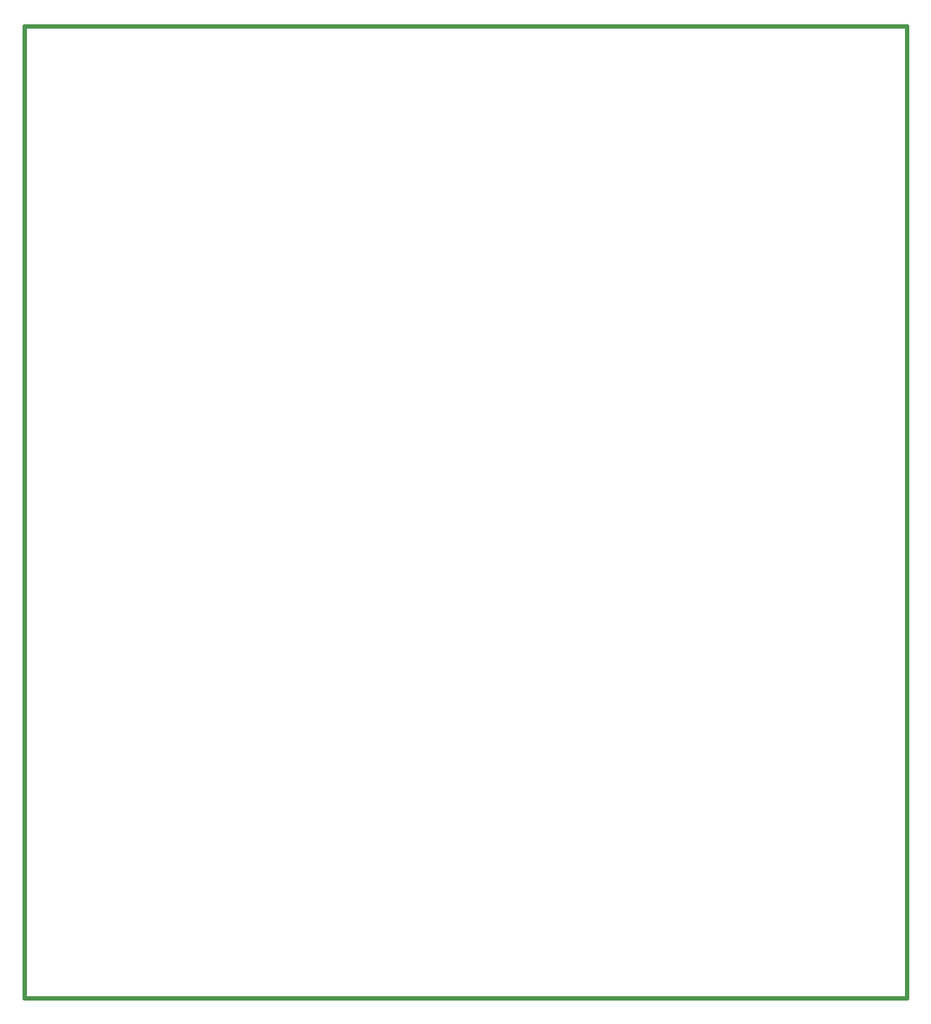
<source format=gm1>
G04 #@! TF.FileFunction,Profile,NP*
%FSLAX46Y46*%
G04 Gerber Fmt 4.6, Leading zero omitted, Abs format (unit mm)*
G04 Created by KiCad (PCBNEW 4.0.5+dfsg1-4) date Mon Jul  9 23:17:01 2018*
%MOMM*%
%LPD*%
G01*
G04 APERTURE LIST*
%ADD10C,0.150000*%
%ADD11C,0.381000*%
G04 APERTURE END LIST*
D10*
D11*
X109016800Y-35941000D02*
X109169200Y-35941000D01*
X109016800Y-130733800D02*
X109016800Y-35941000D01*
X195173600Y-130733800D02*
X109016800Y-130733800D01*
X195173600Y-35941000D02*
X195173600Y-130733800D01*
X109169200Y-35941000D02*
X195173600Y-35941000D01*
M02*

</source>
